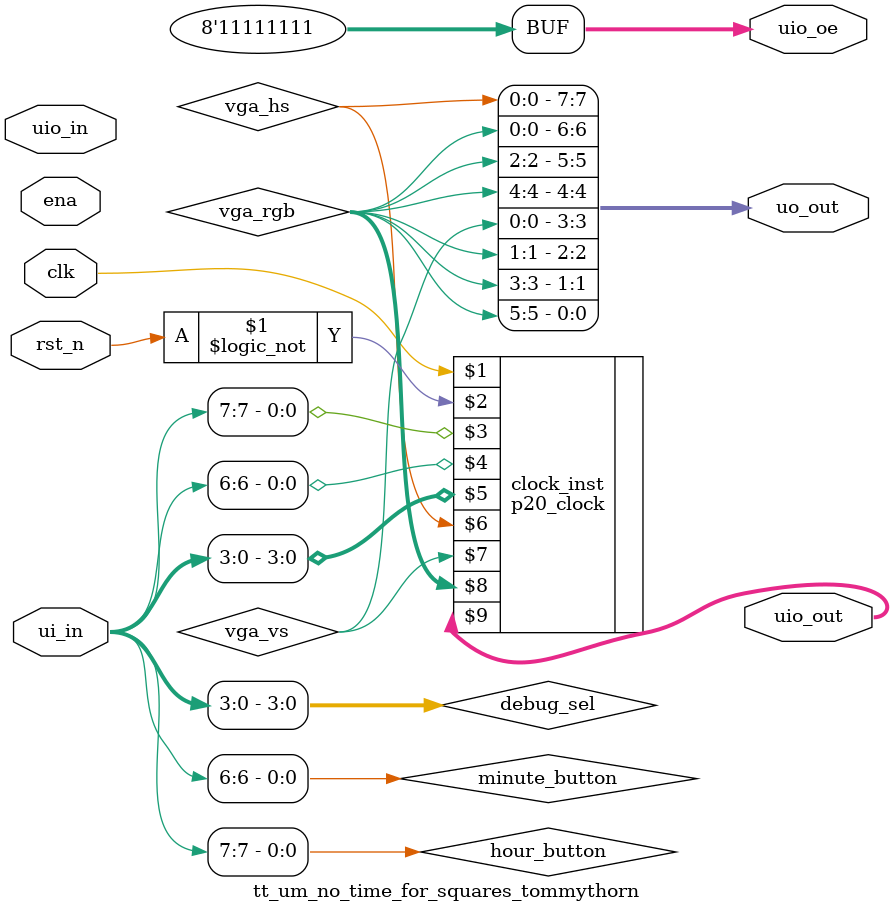
<source format=v>
`default_nettype none
`timescale 1ns / 1ps

module tt_um_no_time_for_squares_tommythorn
  (input  wire [7:0] ui_in,    // Dedicated inputs
   output wire [7:0] uo_out,   // Dedicated outputs
   input  wire [7:0] uio_in,   // IOs: Input path -- UNUSED in this design.
   output wire [7:0] uio_out,  // IOs: Output path
   output wire [7:0] uio_oe,   // IOs: Enable path (active high: 0=input, 1=output)
   input  wire       ena,      // will go high when the design is enabled
   input  wire       clk,      // clock
   input  wire       rst_n     // reset_n - low to reset
   );

   // use bidirectionals as outputs
   assign uio_oe = 8'b11111111;

   wire       hour_button   = ui_in[7];
   wire       minute_button = ui_in[6];
   wire [3:0] debug_sel     = ui_in[3:0];

   wire       vga_hs;
   wire       vga_vs;
   wire [5:0] vga_rgb;

    // https://tinytapeout.com/specs/pinouts/#common-peripherals
   assign uo_out[0] = vga_rgb[5];
   assign uo_out[1] = vga_rgb[3];
   assign uo_out[2] = vga_rgb[1];
   assign uo_out[3] = vga_vs;
   assign uo_out[4] = vga_rgb[4];
   assign uo_out[5] = vga_rgb[2];
   assign uo_out[6] = vga_rgb[0];
   assign uo_out[7] = vga_hs;

   p20_clock clock_inst(clk, !rst_n,
                    hour_button, minute_button, debug_sel,
                    vga_hs, vga_vs, vga_rgb,
                    uio_out);
endmodule

</source>
